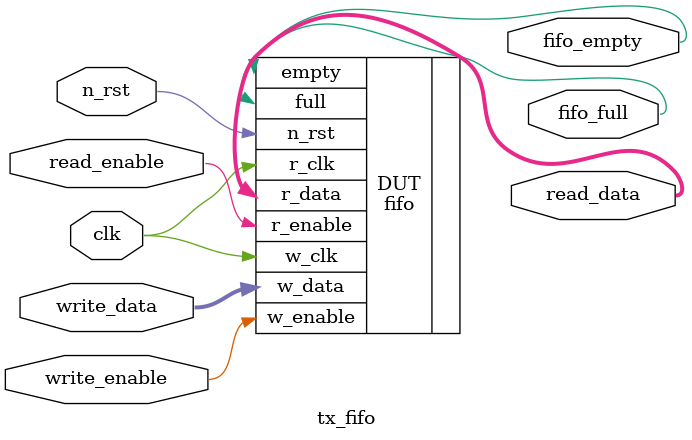
<source format=sv>


module tx_fifo
(
    input wire clk,
    input wire read_enable,
    input wire n_rst,
    input wire write_enable,
    input reg [7:0] write_data,
    output reg [7:0] read_data,
    output wire fifo_empty,
    output wire fifo_full
);

fifo DUT (.r_clk(clk),
          .w_clk(clk),
          .n_rst(n_rst),
          .r_enable(read_enable),
          .w_enable(write_enable),
          .w_data(write_data),
          .r_data(read_data),
          .empty(fifo_empty),
          .full(fifo_full)
          );


endmodule
</source>
